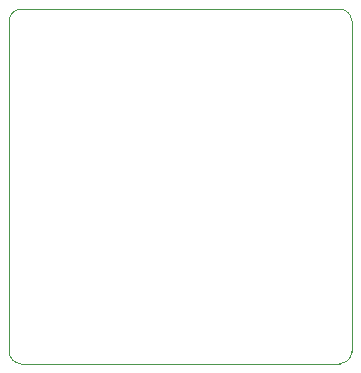
<source format=gbr>
%TF.GenerationSoftware,KiCad,Pcbnew,(6.0.8)*%
%TF.CreationDate,2022-11-20T14:02:22-08:00*%
%TF.ProjectId,mezzanine-breakout-board,6d657a7a-616e-4696-9e65-2d627265616b,rev?*%
%TF.SameCoordinates,Original*%
%TF.FileFunction,Profile,NP*%
%FSLAX46Y46*%
G04 Gerber Fmt 4.6, Leading zero omitted, Abs format (unit mm)*
G04 Created by KiCad (PCBNEW (6.0.8)) date 2022-11-20 14:02:22*
%MOMM*%
%LPD*%
G01*
G04 APERTURE LIST*
%TA.AperFunction,Profile*%
%ADD10C,0.100000*%
%TD*%
G04 APERTURE END LIST*
D10*
X118000000Y-91000000D02*
G75*
G03*
X117000000Y-92000000I0J-1000000D01*
G01*
X117000000Y-120000000D02*
G75*
G03*
X118000000Y-121000000I1000000J0D01*
G01*
X145000000Y-121000000D02*
G75*
G03*
X146000000Y-120000000I0J1000000D01*
G01*
X146000000Y-92000000D02*
G75*
G03*
X145000000Y-91000000I-1000000J0D01*
G01*
X118000000Y-91000000D02*
X145000000Y-91000000D01*
X117000000Y-120000000D02*
X117000000Y-92000000D01*
X145000000Y-121000000D02*
X118000000Y-121000000D01*
X146000000Y-92000000D02*
X146000000Y-120000000D01*
M02*

</source>
